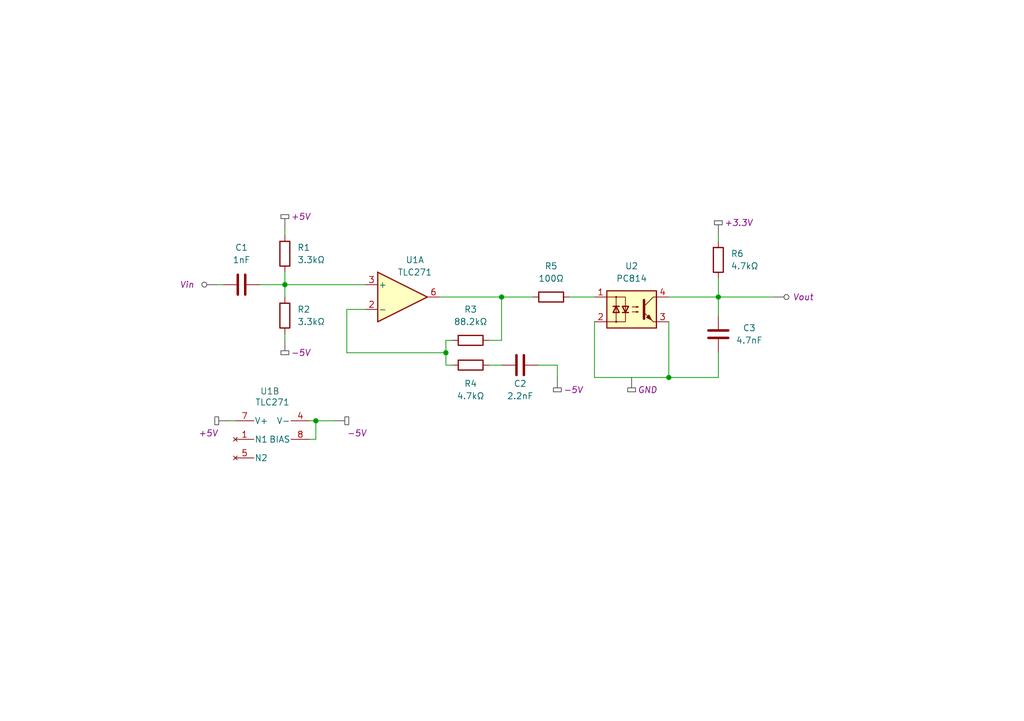
<source format=kicad_sch>
(kicad_sch (version 20230121) (generator eeschema)

  (uuid 1cc0c152-5e54-4148-a759-04145be13149)

  (paper "A5")

  (title_block
    (title "Test Circuit for AEM hardware")
    (date "2023-11-02")
    (rev "1.0")
    (company "Technology & Strategy")
    (comment 1 "Cyprien PERRIER")
  )

  (lib_symbols
    (symbol "Amplifier_Operational:TLC272" (pin_names (offset 0.127)) (in_bom yes) (on_board yes)
      (property "Reference" "U1" (at 2.54 0 90)
        (effects (font (size 1.27 1.27)))
      )
      (property "Value" "TLC271" (at 0 0 90)
        (effects (font (size 1.27 1.27)))
      )
      (property "Footprint" "" (at 0 0 0)
        (effects (font (size 1.27 1.27)) hide)
      )
      (property "Datasheet" "http://www.ti.com/lit/ds/symlink/tlc272.pdf" (at 0 0 0)
        (effects (font (size 1.27 1.27)) hide)
      )
      (property "ki_locked" "" (at 0 0 0)
        (effects (font (size 1.27 1.27)))
      )
      (property "ki_keywords" "dual opamp" (at 0 0 0)
        (effects (font (size 1.27 1.27)) hide)
      )
      (property "ki_description" "Dual LinCMOS Precision Dual Operational Amplifiers, DIP-8/SOIC-8/SSOP-8" (at 0 0 0)
        (effects (font (size 1.27 1.27)) hide)
      )
      (property "ki_fp_filters" "SOIC*3.9x4.9mm*P1.27mm* DIP*W7.62mm* TO*99* OnSemi*Micro8* TSSOP*3x3mm*P0.65mm* TSSOP*4.4x3mm*P0.65mm* MSOP*3x3mm*P0.65mm* SSOP*3.9x4.9mm*P0.635mm* LFCSP*2x2mm*P0.5mm* *SIP* SOIC*5.3x6.2mm*P1.27mm*" (at 0 0 0)
        (effects (font (size 1.27 1.27)) hide)
      )
      (symbol "TLC272_1_1"
        (polyline
          (pts
            (xy -5.08 5.08)
            (xy 5.08 0)
            (xy -5.08 -5.08)
            (xy -5.08 5.08)
          )
          (stroke (width 0.254) (type default))
          (fill (type background))
        )
        (pin input line (at -7.62 -2.54 0) (length 2.54)
          (name "-" (effects (font (size 1.27 1.27))))
          (number "2" (effects (font (size 1.27 1.27))))
        )
        (pin input line (at -7.62 2.54 0) (length 2.54)
          (name "+" (effects (font (size 1.27 1.27))))
          (number "3" (effects (font (size 1.27 1.27))))
        )
        (pin output line (at 7.62 0 180) (length 2.54)
          (name "~" (effects (font (size 1.27 1.27))))
          (number "6" (effects (font (size 1.27 1.27))))
        )
      )
      (symbol "TLC272_2_1"
        (polyline
          (pts
            (xy -5.08 5.08)
            (xy 5.08 0)
            (xy -5.08 -5.08)
            (xy -5.08 5.08)
          )
          (stroke (width 0.254) (type default))
          (fill (type background))
        )
        (pin input line (at -7.62 2.54 0) (length 2.54)
          (name "+" (effects (font (size 1.27 1.27))))
          (number "5" (effects (font (size 1.27 1.27))))
        )
        (pin input line (at -7.62 -2.54 0) (length 2.54)
          (name "-" (effects (font (size 1.27 1.27))))
          (number "6" (effects (font (size 1.27 1.27))))
        )
        (pin output line (at 7.62 0 180) (length 2.54)
          (name "~" (effects (font (size 1.27 1.27))))
          (number "7" (effects (font (size 1.27 1.27))))
        )
      )
      (symbol "TLC272_3_1"
        (pin power_in line (at -2.54 -7.62 90) (length 3.81)
          (name "V-" (effects (font (size 1.27 1.27))))
          (number "4" (effects (font (size 1.27 1.27))))
        )
        (pin power_in line (at -2.54 7.62 270) (length 3.81)
          (name "V+" (effects (font (size 1.27 1.27))))
          (number "7" (effects (font (size 1.27 1.27))))
        )
        (pin power_in line (at -6.35 7.62 270) (length 3.81)
          (name "BIAS" (effects (font (size 1.27 1.27))))
          (number "8" (effects (font (size 1.27 1.27))))
        )
      )
    )
    (symbol "Device:C" (pin_numbers hide) (pin_names (offset 0.254)) (in_bom yes) (on_board yes)
      (property "Reference" "C" (at 0.635 2.54 0)
        (effects (font (size 1.27 1.27)) (justify left))
      )
      (property "Value" "C" (at 0.635 -2.54 0)
        (effects (font (size 1.27 1.27)) (justify left))
      )
      (property "Footprint" "" (at 0.9652 -3.81 0)
        (effects (font (size 1.27 1.27)) hide)
      )
      (property "Datasheet" "~" (at 0 0 0)
        (effects (font (size 1.27 1.27)) hide)
      )
      (property "ki_keywords" "cap capacitor" (at 0 0 0)
        (effects (font (size 1.27 1.27)) hide)
      )
      (property "ki_description" "Unpolarized capacitor" (at 0 0 0)
        (effects (font (size 1.27 1.27)) hide)
      )
      (property "ki_fp_filters" "C_*" (at 0 0 0)
        (effects (font (size 1.27 1.27)) hide)
      )
      (symbol "C_0_1"
        (polyline
          (pts
            (xy -2.032 -0.762)
            (xy 2.032 -0.762)
          )
          (stroke (width 0.508) (type default))
          (fill (type none))
        )
        (polyline
          (pts
            (xy -2.032 0.762)
            (xy 2.032 0.762)
          )
          (stroke (width 0.508) (type default))
          (fill (type none))
        )
      )
      (symbol "C_1_1"
        (pin passive line (at 0 3.81 270) (length 2.794)
          (name "~" (effects (font (size 1.27 1.27))))
          (number "1" (effects (font (size 1.27 1.27))))
        )
        (pin passive line (at 0 -3.81 90) (length 2.794)
          (name "~" (effects (font (size 1.27 1.27))))
          (number "2" (effects (font (size 1.27 1.27))))
        )
      )
    )
    (symbol "Device:R" (pin_numbers hide) (pin_names (offset 0)) (in_bom yes) (on_board yes)
      (property "Reference" "R" (at 2.032 0 90)
        (effects (font (size 1.27 1.27)))
      )
      (property "Value" "R" (at 0 0 90)
        (effects (font (size 1.27 1.27)))
      )
      (property "Footprint" "" (at -1.778 0 90)
        (effects (font (size 1.27 1.27)) hide)
      )
      (property "Datasheet" "~" (at 0 0 0)
        (effects (font (size 1.27 1.27)) hide)
      )
      (property "ki_keywords" "R res resistor" (at 0 0 0)
        (effects (font (size 1.27 1.27)) hide)
      )
      (property "ki_description" "Resistor" (at 0 0 0)
        (effects (font (size 1.27 1.27)) hide)
      )
      (property "ki_fp_filters" "R_*" (at 0 0 0)
        (effects (font (size 1.27 1.27)) hide)
      )
      (symbol "R_0_1"
        (rectangle (start -1.016 -2.54) (end 1.016 2.54)
          (stroke (width 0.254) (type default))
          (fill (type none))
        )
      )
      (symbol "R_1_1"
        (pin passive line (at 0 3.81 270) (length 1.27)
          (name "~" (effects (font (size 1.27 1.27))))
          (number "1" (effects (font (size 1.27 1.27))))
        )
        (pin passive line (at 0 -3.81 90) (length 1.27)
          (name "~" (effects (font (size 1.27 1.27))))
          (number "2" (effects (font (size 1.27 1.27))))
        )
      )
    )
    (symbol "Isolator:EL814" (pin_names (offset 1.016)) (in_bom yes) (on_board yes)
      (property "Reference" "U2" (at 0 8.89 0)
        (effects (font (size 1.27 1.27)))
      )
      (property "Value" "PC814" (at 0 6.35 0)
        (effects (font (size 1.27 1.27)))
      )
      (property "Footprint" "" (at -5.08 -5.08 0)
        (effects (font (size 1.27 1.27) italic) (justify left) hide)
      )
      (property "Datasheet" "http://www.everlight.com/file/ProductFile/EL814.pdf" (at 0.635 0 0)
        (effects (font (size 1.27 1.27)) (justify left) hide)
      )
      (property "ki_keywords" "NPN AC DC Optocoupler" (at 0 0 0)
        (effects (font (size 1.27 1.27)) hide)
      )
      (property "ki_description" "AC/DC NPN Optocoupler, DIP4/SMD4" (at 0 0 0)
        (effects (font (size 1.27 1.27)) hide)
      )
      (property "ki_fp_filters" "DIP*W7.62mm* DIP*W10.16mm* SMDIP*W9.53mm*" (at 0 0 0)
        (effects (font (size 1.27 1.27)) hide)
      )
      (symbol "EL814_0_1"
        (rectangle (start -5.08 3.81) (end 5.08 -3.81)
          (stroke (width 0.254) (type default))
          (fill (type background))
        )
        (circle (center -3.175 -2.54) (radius 0.127)
          (stroke (width 0) (type default))
          (fill (type none))
        )
        (circle (center -3.175 2.54) (radius 0.127)
          (stroke (width 0) (type default))
          (fill (type none))
        )
        (polyline
          (pts
            (xy -3.81 0.635)
            (xy -2.54 0.635)
          )
          (stroke (width 0.254) (type default))
          (fill (type none))
        )
        (polyline
          (pts
            (xy -3.175 -0.635)
            (xy -3.175 -2.54)
          )
          (stroke (width 0) (type default))
          (fill (type none))
        )
        (polyline
          (pts
            (xy -3.175 0.635)
            (xy -3.175 -0.635)
          )
          (stroke (width 0) (type default))
          (fill (type none))
        )
        (polyline
          (pts
            (xy -3.175 0.635)
            (xy -3.175 2.54)
          )
          (stroke (width 0) (type default))
          (fill (type none))
        )
        (polyline
          (pts
            (xy -1.905 -0.635)
            (xy -0.635 -0.635)
          )
          (stroke (width 0.254) (type default))
          (fill (type none))
        )
        (polyline
          (pts
            (xy -1.27 0.635)
            (xy -1.27 -0.635)
          )
          (stroke (width 0) (type default))
          (fill (type none))
        )
        (polyline
          (pts
            (xy 2.54 0.635)
            (xy 4.445 2.54)
          )
          (stroke (width 0) (type default))
          (fill (type none))
        )
        (polyline
          (pts
            (xy 4.445 -2.54)
            (xy 2.54 -0.635)
          )
          (stroke (width 0) (type default))
          (fill (type outline))
        )
        (polyline
          (pts
            (xy 4.445 -2.54)
            (xy 5.08 -2.54)
          )
          (stroke (width 0) (type default))
          (fill (type none))
        )
        (polyline
          (pts
            (xy 4.445 2.54)
            (xy 5.08 2.54)
          )
          (stroke (width 0) (type default))
          (fill (type none))
        )
        (polyline
          (pts
            (xy -5.08 2.54)
            (xy -1.27 2.54)
            (xy -1.27 0.635)
          )
          (stroke (width 0) (type default))
          (fill (type none))
        )
        (polyline
          (pts
            (xy -1.27 -0.635)
            (xy -1.27 -2.54)
            (xy -5.08 -2.54)
          )
          (stroke (width 0) (type default))
          (fill (type none))
        )
        (polyline
          (pts
            (xy 2.54 1.905)
            (xy 2.54 -1.905)
            (xy 2.54 -1.905)
          )
          (stroke (width 0.508) (type default))
          (fill (type none))
        )
        (polyline
          (pts
            (xy -3.175 0.635)
            (xy -3.81 -0.635)
            (xy -2.54 -0.635)
            (xy -3.175 0.635)
          )
          (stroke (width 0.254) (type default))
          (fill (type none))
        )
        (polyline
          (pts
            (xy -1.27 -0.635)
            (xy -1.905 0.635)
            (xy -0.635 0.635)
            (xy -1.27 -0.635)
          )
          (stroke (width 0.254) (type default))
          (fill (type none))
        )
        (polyline
          (pts
            (xy 0.127 -0.508)
            (xy 1.397 -0.508)
            (xy 1.016 -0.635)
            (xy 1.016 -0.381)
            (xy 1.397 -0.508)
          )
          (stroke (width 0) (type default))
          (fill (type none))
        )
        (polyline
          (pts
            (xy 0.127 0.508)
            (xy 1.397 0.508)
            (xy 1.016 0.381)
            (xy 1.016 0.635)
            (xy 1.397 0.508)
          )
          (stroke (width 0) (type default))
          (fill (type none))
        )
        (polyline
          (pts
            (xy 3.048 -1.651)
            (xy 3.556 -1.143)
            (xy 4.064 -2.159)
            (xy 3.048 -1.651)
            (xy 3.048 -1.651)
          )
          (stroke (width 0) (type default))
          (fill (type outline))
        )
      )
      (symbol "EL814_1_1"
        (pin passive line (at -7.62 2.54 0) (length 2.54)
          (name "~" (effects (font (size 1.27 1.27))))
          (number "1" (effects (font (size 1.27 1.27))))
        )
        (pin passive line (at -7.62 -2.54 0) (length 2.54)
          (name "~" (effects (font (size 1.27 1.27))))
          (number "2" (effects (font (size 1.27 1.27))))
        )
        (pin passive line (at 7.62 -2.54 180) (length 2.54)
          (name "~" (effects (font (size 1.27 1.27))))
          (number "3" (effects (font (size 1.27 1.27))))
        )
        (pin passive line (at 7.62 2.54 180) (length 2.54)
          (name "~" (effects (font (size 1.27 1.27))))
          (number "4" (effects (font (size 1.27 1.27))))
        )
      )
    )
    (symbol "TLC272_1" (pin_names (offset 0.127)) (in_bom yes) (on_board yes)
      (property "Reference" "U1B" (at 2.54 0 90)
        (effects (font (size 1.27 1.27)) hide)
      )
      (property "Value" "TLC271" (at 1.27 0 90)
        (effects (font (size 1.27 1.27)))
      )
      (property "Footprint" "" (at 0 0 0)
        (effects (font (size 1.27 1.27)) hide)
      )
      (property "Datasheet" "http://www.ti.com/lit/ds/symlink/tlc271.pdf" (at 0 0 0)
        (effects (font (size 1.27 1.27)) hide)
      )
      (property "ki_locked" "" (at 0 0 0)
        (effects (font (size 1.27 1.27)))
      )
      (property "ki_keywords" "dual opamp" (at 0 0 0)
        (effects (font (size 1.27 1.27)) hide)
      )
      (property "ki_description" "Dual LinCMOS Precision Dual Operational Amplifiers, DIP-8/SOIC-8/SSOP-8" (at 0 0 0)
        (effects (font (size 1.27 1.27)) hide)
      )
      (property "ki_fp_filters" "SOIC*3.9x4.9mm*P1.27mm* DIP*W7.62mm* TO*99* OnSemi*Micro8* TSSOP*3x3mm*P0.65mm* TSSOP*4.4x3mm*P0.65mm* MSOP*3x3mm*P0.65mm* SSOP*3.9x4.9mm*P0.635mm* LFCSP*2x2mm*P0.5mm* *SIP* SOIC*5.3x6.2mm*P1.27mm*" (at 0 0 0)
        (effects (font (size 1.27 1.27)) hide)
      )
      (symbol "TLC272_1_1_1"
        (polyline
          (pts
            (xy -5.08 5.08)
            (xy 5.08 0)
            (xy -5.08 -5.08)
            (xy -5.08 5.08)
          )
          (stroke (width 0.254) (type default))
          (fill (type background))
        )
        (pin input line (at -7.62 -2.54 0) (length 2.54)
          (name "-" (effects (font (size 1.27 1.27))))
          (number "2" (effects (font (size 1.27 1.27))))
        )
        (pin input line (at -7.62 2.54 0) (length 2.54)
          (name "+" (effects (font (size 1.27 1.27))))
          (number "3" (effects (font (size 1.27 1.27))))
        )
        (pin output line (at 7.62 0 180) (length 2.54)
          (name "~" (effects (font (size 1.27 1.27))))
          (number "6" (effects (font (size 1.27 1.27))))
        )
      )
      (symbol "TLC272_1_2_1"
        (polyline
          (pts
            (xy -5.08 5.08)
            (xy 5.08 0)
            (xy -5.08 -5.08)
            (xy -5.08 5.08)
          )
          (stroke (width 0.254) (type default))
          (fill (type background))
        )
        (pin input line (at -7.62 2.54 0) (length 2.54)
          (name "+" (effects (font (size 1.27 1.27))))
          (number "5" (effects (font (size 1.27 1.27))))
        )
        (pin input line (at -7.62 -2.54 0) (length 2.54)
          (name "-" (effects (font (size 1.27 1.27))))
          (number "6" (effects (font (size 1.27 1.27))))
        )
        (pin output line (at 7.62 0 180) (length 2.54)
          (name "~" (effects (font (size 1.27 1.27))))
          (number "7" (effects (font (size 1.27 1.27))))
        )
      )
      (symbol "TLC272_1_3_1"
        (pin no_connect line (at -6.35 7.62 270) (length 3.81)
          (name "N1" (effects (font (size 1.27 1.27))))
          (number "1" (effects (font (size 1.27 1.27))))
        )
        (pin power_in line (at -2.54 -7.62 90) (length 3.81)
          (name "V-" (effects (font (size 1.27 1.27))))
          (number "4" (effects (font (size 1.27 1.27))))
        )
        (pin no_connect line (at -10.16 7.62 270) (length 3.81)
          (name "N2" (effects (font (size 1.27 1.27))))
          (number "5" (effects (font (size 1.27 1.27))))
        )
        (pin power_in line (at -2.54 7.62 270) (length 3.81)
          (name "V+" (effects (font (size 1.27 1.27))))
          (number "7" (effects (font (size 1.27 1.27))))
        )
        (pin power_in line (at -6.35 -7.62 90) (length 3.81)
          (name "BIAS" (effects (font (size 1.27 1.27))))
          (number "8" (effects (font (size 1.27 1.27))))
        )
      )
    )
  )

  (junction (at 58.42 58.42) (diameter 0) (color 0 0 0 0)
    (uuid 264a0785-c37e-4be5-8e25-cc7ac993858e)
  )
  (junction (at 102.87 60.96) (diameter 0) (color 0 0 0 0)
    (uuid 2c53324c-98bc-41b5-8388-67728faa4e64)
  )
  (junction (at 64.77 86.36) (diameter 0) (color 0 0 0 0)
    (uuid 640f6a72-d6c0-44f7-854e-103aec59fdfc)
  )
  (junction (at 91.44 72.39) (diameter 0) (color 0 0 0 0)
    (uuid 7dc7f1f5-3c03-47fd-8bb5-1cb54d7f1596)
  )
  (junction (at 137.16 77.47) (diameter 0) (color 0 0 0 0)
    (uuid e0f4fb98-a7a3-4e6d-b433-03d3f5b07065)
  )
  (junction (at 147.32 60.96) (diameter 0) (color 0 0 0 0)
    (uuid fb58d85c-2104-4aac-8e01-7786c201ce11)
  )

  (wire (pts (xy 121.92 66.04) (xy 121.92 77.47))
    (stroke (width 0) (type default))
    (uuid 03945a34-f98b-4854-ad98-e7e9aac67cdb)
  )
  (wire (pts (xy 44.45 58.42) (xy 45.72 58.42))
    (stroke (width 0) (type default))
    (uuid 03b8d339-921b-4f79-bea6-1add25c6ce25)
  )
  (wire (pts (xy 71.12 63.5) (xy 71.12 72.39))
    (stroke (width 0) (type default))
    (uuid 053497d7-dafc-4eb9-a644-bb01147467df)
  )
  (wire (pts (xy 147.32 72.39) (xy 147.32 77.47))
    (stroke (width 0) (type default))
    (uuid 063055e4-df43-4a12-acd0-2666ea076374)
  )
  (wire (pts (xy 100.33 69.85) (xy 102.87 69.85))
    (stroke (width 0) (type default))
    (uuid 0f8b9f6e-04b7-4f8e-aa9a-4eb36fca8a09)
  )
  (wire (pts (xy 58.42 68.58) (xy 58.42 69.85))
    (stroke (width 0) (type default))
    (uuid 10ed5997-6661-439b-a573-defb4a25c939)
  )
  (wire (pts (xy 71.12 72.39) (xy 91.44 72.39))
    (stroke (width 0) (type default))
    (uuid 1203e7d6-7521-481a-9071-75ae22e9f894)
  )
  (wire (pts (xy 102.87 60.96) (xy 109.22 60.96))
    (stroke (width 0) (type default))
    (uuid 1bb2404b-ecdd-43f3-bc80-e8793eb9b009)
  )
  (wire (pts (xy 147.32 77.47) (xy 137.16 77.47))
    (stroke (width 0) (type default))
    (uuid 1f79604d-1040-4ebb-98aa-04ae721eb7cd)
  )
  (wire (pts (xy 64.77 86.36) (xy 63.5 86.36))
    (stroke (width 0) (type default))
    (uuid 21c13277-2a12-4875-931d-35c8d87838fb)
  )
  (wire (pts (xy 102.87 69.85) (xy 102.87 60.96))
    (stroke (width 0) (type default))
    (uuid 2d92768f-4b5f-4d55-96c9-19bf2e7f456b)
  )
  (wire (pts (xy 121.92 77.47) (xy 137.16 77.47))
    (stroke (width 0) (type default))
    (uuid 2e49d5da-2ba7-4925-80a5-bdf6577e19cc)
  )
  (wire (pts (xy 91.44 74.93) (xy 91.44 72.39))
    (stroke (width 0) (type default))
    (uuid 36646f45-3b1d-4e20-b697-f9a93827d1e4)
  )
  (wire (pts (xy 58.42 58.42) (xy 74.93 58.42))
    (stroke (width 0) (type default))
    (uuid 3a8fc33f-d5ec-40cb-b276-363dab440ae3)
  )
  (wire (pts (xy 58.42 55.88) (xy 58.42 58.42))
    (stroke (width 0) (type default))
    (uuid 3d7e6292-b465-4533-acb6-02670c8d64b2)
  )
  (wire (pts (xy 100.33 74.93) (xy 102.87 74.93))
    (stroke (width 0) (type default))
    (uuid 44852c5b-285e-476d-aa49-952bdf15e41e)
  )
  (wire (pts (xy 58.42 46.99) (xy 58.42 48.26))
    (stroke (width 0) (type default))
    (uuid 4a635df8-0418-4d4e-8ec6-3f47ea5eb58c)
  )
  (wire (pts (xy 137.16 60.96) (xy 147.32 60.96))
    (stroke (width 0) (type default))
    (uuid 538d4952-d048-46d8-80ec-ae2fe304541d)
  )
  (wire (pts (xy 64.77 90.17) (xy 63.5 90.17))
    (stroke (width 0) (type default))
    (uuid 6eaa31ba-28a6-4c37-8224-a36a5b3becae)
  )
  (wire (pts (xy 147.32 60.96) (xy 147.32 64.77))
    (stroke (width 0) (type default))
    (uuid 6fd5adf7-000e-4c34-897b-f03b4d6bb62f)
  )
  (wire (pts (xy 64.77 86.36) (xy 64.77 90.17))
    (stroke (width 0) (type default))
    (uuid 8af2a91f-d6c2-4a95-bb53-01279b207bd1)
  )
  (wire (pts (xy 46.99 86.36) (xy 48.26 86.36))
    (stroke (width 0) (type default))
    (uuid 912573b3-adf7-4d68-88b7-0df2ccadebf4)
  )
  (wire (pts (xy 116.84 60.96) (xy 121.92 60.96))
    (stroke (width 0) (type default))
    (uuid 923b3538-1aa9-4244-9421-1a14030199ac)
  )
  (wire (pts (xy 92.71 74.93) (xy 91.44 74.93))
    (stroke (width 0) (type default))
    (uuid a845257d-ac52-47ea-b5cc-21952fcc42f0)
  )
  (wire (pts (xy 64.77 86.36) (xy 68.58 86.36))
    (stroke (width 0) (type default))
    (uuid ac673666-6f9c-44f2-a849-eea8be223c6c)
  )
  (wire (pts (xy 114.3 74.93) (xy 114.3 77.47))
    (stroke (width 0) (type default))
    (uuid acccb660-9bb1-4be8-94bf-b808ba7feaa8)
  )
  (wire (pts (xy 91.44 72.39) (xy 91.44 69.85))
    (stroke (width 0) (type default))
    (uuid b6544ead-0326-4e06-82d5-37eaca62c263)
  )
  (wire (pts (xy 90.17 60.96) (xy 102.87 60.96))
    (stroke (width 0) (type default))
    (uuid c4e1cbe3-8421-4fce-aff1-0c012249f0dc)
  )
  (wire (pts (xy 147.32 60.96) (xy 158.75 60.96))
    (stroke (width 0) (type default))
    (uuid c6dd69f6-ba61-4e41-b77a-24a495384fd7)
  )
  (wire (pts (xy 74.93 63.5) (xy 71.12 63.5))
    (stroke (width 0) (type default))
    (uuid cb4429e7-48eb-453c-98ff-ba11bc39a00d)
  )
  (wire (pts (xy 147.32 57.15) (xy 147.32 60.96))
    (stroke (width 0) (type default))
    (uuid cc42677b-b9cd-43e0-a1b4-d99653d32948)
  )
  (wire (pts (xy 110.49 74.93) (xy 114.3 74.93))
    (stroke (width 0) (type default))
    (uuid ce190269-9b11-4355-aa5b-3c2671597817)
  )
  (wire (pts (xy 53.34 58.42) (xy 58.42 58.42))
    (stroke (width 0) (type default))
    (uuid cfb09d7b-e0d3-4687-9b63-647aff5610ad)
  )
  (wire (pts (xy 91.44 69.85) (xy 92.71 69.85))
    (stroke (width 0) (type default))
    (uuid d4710548-2c31-4c6e-a498-f35632f3ca13)
  )
  (wire (pts (xy 58.42 58.42) (xy 58.42 60.96))
    (stroke (width 0) (type default))
    (uuid de9eedaf-7b25-4b5a-b929-463c3ee67088)
  )
  (wire (pts (xy 137.16 77.47) (xy 137.16 66.04))
    (stroke (width 0) (type default))
    (uuid e7f1c9ca-b2f7-4027-86d7-ebe99c0b8c92)
  )
  (wire (pts (xy 147.32 48.26) (xy 147.32 49.53))
    (stroke (width 0) (type default))
    (uuid ea060d09-1f0f-47df-9074-5892e34659ca)
  )

  (text "U1B" (at 53.34 81.28 0)
    (effects (font (size 1.27 1.27) (color 38 104 94 1)) (justify left bottom))
    (uuid fc8d63d2-7809-49f2-920f-7beba9181c0a)
  )

  (netclass_flag "" (length 2.54) (shape rectangle) (at 147.32 48.26 0) (fields_autoplaced)
    (effects (font (size 1.27 1.27)) (justify left bottom))
    (uuid 1349c928-13ad-4851-922f-3d05556b2dc8)
    (property "Netclass" "+3.3V" (at 148.5265 45.72 0)
      (effects (font (size 1.27 1.27) italic) (justify left))
    )
  )
  (netclass_flag "" (length 2.54) (shape rectangle) (at 58.42 69.85 180) (fields_autoplaced)
    (effects (font (size 1.27 1.27)) (justify right bottom))
    (uuid 68f077b0-4944-430e-9fb7-0b93724f41ed)
    (property "Netclass" "-5V" (at 59.6265 72.39 0)
      (effects (font (size 1.27 1.27) italic) (justify left))
    )
  )
  (netclass_flag "" (length 2.54) (shape rectangle) (at 114.3 77.47 180) (fields_autoplaced)
    (effects (font (size 1.27 1.27)) (justify right bottom))
    (uuid 7ee442ad-eee4-4213-a9c6-7dfb29b096f1)
    (property "Netclass" "-5V" (at 115.5065 80.01 0)
      (effects (font (size 1.27 1.27) italic) (justify left))
    )
  )
  (netclass_flag "" (length 2.54) (shape round) (at 44.45 58.42 90)
    (effects (font (size 1.27 1.27)) (justify left bottom))
    (uuid a82528fb-42ca-46c6-a7a7-842306e00fd5)
    (property "Netclass" "Vin" (at 36.83 58.42 0)
      (effects (font (size 1.27 1.27) italic) (justify left))
    )
  )
  (netclass_flag "" (length 2.54) (shape rectangle) (at 58.42 46.99 0) (fields_autoplaced)
    (effects (font (size 1.27 1.27)) (justify left bottom))
    (uuid c7cad92b-96c8-4170-b660-bb691712464d)
    (property "Netclass" "+5V" (at 59.6265 44.45 0)
      (effects (font (size 1.27 1.27) italic) (justify left))
    )
  )
  (netclass_flag "" (length 2.54) (shape round) (at 158.75 60.96 270)
    (effects (font (size 1.27 1.27)) (justify right bottom))
    (uuid cad23bb8-69be-414a-84a0-107357f236f7)
    (property "Netclass" "Vout" (at 162.56 60.96 0)
      (effects (font (size 1.27 1.27) italic) (justify left))
    )
  )
  (netclass_flag "" (length 2.54) (shape rectangle) (at 46.99 86.36 90)
    (effects (font (size 1.27 1.27)) (justify left bottom))
    (uuid d63ed190-8b17-45a1-ad4d-2b32e0b1ee1f)
    (property "Netclass" "+5V" (at 40.64 88.9 0)
      (effects (font (size 1.27 1.27) italic) (justify left))
    )
  )
  (netclass_flag "" (length 2.54) (shape rectangle) (at 129.54 77.47 180) (fields_autoplaced)
    (effects (font (size 1.27 1.27)) (justify right bottom))
    (uuid d85c23f0-bf64-4369-91b2-33c2113f55e3)
    (property "Netclass" "GND" (at 130.7465 80.01 0)
      (effects (font (size 1.27 1.27) italic) (justify left))
    )
  )
  (netclass_flag "" (length 2.54) (shape rectangle) (at 68.58 86.36 270)
    (effects (font (size 1.27 1.27)) (justify right bottom))
    (uuid e27915f8-0ca6-4bea-b971-aca7f9a89f05)
    (property "Netclass" "-5V" (at 71.12 88.9 0)
      (effects (font (size 1.27 1.27) italic) (justify left))
    )
  )

  (symbol (lib_name "TLC272_1") (lib_id "Amplifier_Operational:TLC272") (at 55.88 83.82 90) (unit 3)
    (in_bom yes) (on_board yes) (dnp no)
    (uuid 0712b0b8-0d13-414e-b2b7-697a6aba3130)
    (property "Reference" "U1B" (at 55.88 81.28 90)
      (effects (font (size 1.27 1.27)) hide)
    )
    (property "Value" "TLC271" (at 55.88 82.55 90)
      (effects (font (size 1.27 1.27)))
    )
    (property "Footprint" "" (at 55.88 83.82 0)
      (effects (font (size 1.27 1.27)) hide)
    )
    (property "Datasheet" "http://www.ti.com/lit/ds/symlink/tlc271.pdf" (at 55.88 83.82 0)
      (effects (font (size 1.27 1.27)) hide)
    )
    (pin "2" (uuid d5e6412d-21b6-4c0c-9875-a6a8d8b81678))
    (pin "3" (uuid 10163025-543d-44a4-b0ef-1ce3aa4e11f9))
    (pin "6" (uuid 6acfc6be-e583-4ed9-bf63-414a4aeff1eb))
    (pin "5" (uuid 7c6c1858-201e-4647-a401-1fbe62b559d5))
    (pin "6" (uuid 6acfc6be-e583-4ed9-bf63-414a4aeff1eb))
    (pin "7" (uuid ba3c5924-9a98-4efd-8629-7ec97ba14272))
    (pin "4" (uuid 65be8c52-9349-442b-bd62-fdbffe30320b))
    (pin "7" (uuid ba3c5924-9a98-4efd-8629-7ec97ba14272))
    (pin "8" (uuid b95bb318-6634-479d-87f7-3eceb9faee69))
    (pin "5" (uuid 7c6c1858-201e-4647-a401-1fbe62b559d5))
    (pin "1" (uuid fe82342d-c4ec-4350-aaf0-5d4e11c44cb7))
    (instances
      (project "AEM_Test"
        (path "/1cc0c152-5e54-4148-a759-04145be13149"
          (reference "U1B") (unit 3)
        )
      )
    )
  )

  (symbol (lib_id "Device:C") (at 147.32 68.58 180) (unit 1)
    (in_bom yes) (on_board yes) (dnp no)
    (uuid 13904965-bf1d-44d0-83be-26f66170ea1f)
    (property "Reference" "C3" (at 153.67 67.31 0)
      (effects (font (size 1.27 1.27)))
    )
    (property "Value" "4.7nF" (at 153.67 69.85 0)
      (effects (font (size 1.27 1.27)))
    )
    (property "Footprint" "" (at 146.3548 64.77 0)
      (effects (font (size 1.27 1.27)) hide)
    )
    (property "Datasheet" "~" (at 147.32 68.58 0)
      (effects (font (size 1.27 1.27)) hide)
    )
    (pin "1" (uuid 068e2e60-3e95-4679-ac13-ec8ea2b65a9d))
    (pin "2" (uuid 77089511-4de8-46fd-90b0-c76af2a5d6ba))
    (instances
      (project "AEM_Test"
        (path "/1cc0c152-5e54-4148-a759-04145be13149"
          (reference "C3") (unit 1)
        )
      )
    )
  )

  (symbol (lib_id "Device:R") (at 58.42 64.77 0) (unit 1)
    (in_bom yes) (on_board yes) (dnp no) (fields_autoplaced)
    (uuid 16c464b6-38b8-4908-90ee-86c338729144)
    (property "Reference" "R2" (at 60.96 63.5 0)
      (effects (font (size 1.27 1.27)) (justify left))
    )
    (property "Value" "3.3kΩ" (at 60.96 66.04 0)
      (effects (font (size 1.27 1.27)) (justify left))
    )
    (property "Footprint" "" (at 56.642 64.77 90)
      (effects (font (size 1.27 1.27)) hide)
    )
    (property "Datasheet" "~" (at 58.42 64.77 0)
      (effects (font (size 1.27 1.27)) hide)
    )
    (pin "1" (uuid 01b95078-42e1-4f0e-b98f-60670f6069b0))
    (pin "2" (uuid 8b2142e0-34c5-48e3-890c-72d3b68a79ca))
    (instances
      (project "AEM_Test"
        (path "/1cc0c152-5e54-4148-a759-04145be13149"
          (reference "R2") (unit 1)
        )
      )
    )
  )

  (symbol (lib_id "Device:C") (at 106.68 74.93 90) (unit 1)
    (in_bom yes) (on_board yes) (dnp no)
    (uuid 16f4807e-5a20-41fe-9771-fcec4d5e7ff3)
    (property "Reference" "C2" (at 106.68 78.74 90)
      (effects (font (size 1.27 1.27)))
    )
    (property "Value" "2.2nF" (at 106.68 81.28 90)
      (effects (font (size 1.27 1.27)))
    )
    (property "Footprint" "" (at 110.49 73.9648 0)
      (effects (font (size 1.27 1.27)) hide)
    )
    (property "Datasheet" "~" (at 106.68 74.93 0)
      (effects (font (size 1.27 1.27)) hide)
    )
    (pin "1" (uuid d92f8338-eeff-43a3-9599-549d94347152))
    (pin "2" (uuid 0b310a0d-65cf-44c6-a5c4-12646bc39012))
    (instances
      (project "AEM_Test"
        (path "/1cc0c152-5e54-4148-a759-04145be13149"
          (reference "C2") (unit 1)
        )
      )
    )
  )

  (symbol (lib_id "Device:C") (at 49.53 58.42 90) (unit 1)
    (in_bom yes) (on_board yes) (dnp no) (fields_autoplaced)
    (uuid 2e64b864-ea61-4e2a-8885-e053adce8b30)
    (property "Reference" "C1" (at 49.53 50.8 90)
      (effects (font (size 1.27 1.27)))
    )
    (property "Value" "1nF" (at 49.53 53.34 90)
      (effects (font (size 1.27 1.27)))
    )
    (property "Footprint" "" (at 53.34 57.4548 0)
      (effects (font (size 1.27 1.27)) hide)
    )
    (property "Datasheet" "~" (at 49.53 58.42 0)
      (effects (font (size 1.27 1.27)) hide)
    )
    (pin "1" (uuid ea5bb1e8-61d7-4811-999c-86d345b320eb))
    (pin "2" (uuid c9659339-56ce-4765-92cd-7aa4d1c90bc5))
    (instances
      (project "AEM_Test"
        (path "/1cc0c152-5e54-4148-a759-04145be13149"
          (reference "C1") (unit 1)
        )
      )
    )
  )

  (symbol (lib_id "Device:R") (at 96.52 69.85 90) (unit 1)
    (in_bom yes) (on_board yes) (dnp no) (fields_autoplaced)
    (uuid 4e3e5282-0da6-4ff9-a98a-d49f6db78fc2)
    (property "Reference" "R3" (at 96.52 63.5 90)
      (effects (font (size 1.27 1.27)))
    )
    (property "Value" "88.2kΩ" (at 96.52 66.04 90)
      (effects (font (size 1.27 1.27)))
    )
    (property "Footprint" "" (at 96.52 71.628 90)
      (effects (font (size 1.27 1.27)) hide)
    )
    (property "Datasheet" "~" (at 96.52 69.85 0)
      (effects (font (size 1.27 1.27)) hide)
    )
    (pin "1" (uuid 9ce0cbc2-1188-4820-9e13-7113ff2e1b62))
    (pin "2" (uuid 59313b03-7ff4-4dcc-8598-b7416619b400))
    (instances
      (project "AEM_Test"
        (path "/1cc0c152-5e54-4148-a759-04145be13149"
          (reference "R3") (unit 1)
        )
      )
    )
  )

  (symbol (lib_id "Device:R") (at 96.52 74.93 270) (unit 1)
    (in_bom yes) (on_board yes) (dnp no)
    (uuid 4ec391a4-892a-43df-9d33-96e2ddfe1929)
    (property "Reference" "R4" (at 96.52 78.74 90)
      (effects (font (size 1.27 1.27)))
    )
    (property "Value" "4.7kΩ" (at 96.52 81.28 90)
      (effects (font (size 1.27 1.27)))
    )
    (property "Footprint" "" (at 96.52 73.152 90)
      (effects (font (size 1.27 1.27)) hide)
    )
    (property "Datasheet" "~" (at 96.52 74.93 0)
      (effects (font (size 1.27 1.27)) hide)
    )
    (pin "1" (uuid e87f1f65-36c9-4bcc-9c13-2fe8094e8dd6))
    (pin "2" (uuid 4834617e-a521-4ba9-ae3e-cd150e6568f1))
    (instances
      (project "AEM_Test"
        (path "/1cc0c152-5e54-4148-a759-04145be13149"
          (reference "R4") (unit 1)
        )
      )
    )
  )

  (symbol (lib_id "Device:R") (at 58.42 52.07 0) (unit 1)
    (in_bom yes) (on_board yes) (dnp no) (fields_autoplaced)
    (uuid 7724ee3d-f1a2-4102-b3ea-c7af1f0c2d1a)
    (property "Reference" "R1" (at 60.96 50.8 0)
      (effects (font (size 1.27 1.27)) (justify left))
    )
    (property "Value" "3.3kΩ" (at 60.96 53.34 0)
      (effects (font (size 1.27 1.27)) (justify left))
    )
    (property "Footprint" "" (at 56.642 52.07 90)
      (effects (font (size 1.27 1.27)) hide)
    )
    (property "Datasheet" "~" (at 58.42 52.07 0)
      (effects (font (size 1.27 1.27)) hide)
    )
    (pin "1" (uuid adef0e6c-8186-4455-b8a2-b0214eaf5289))
    (pin "2" (uuid e5134a6f-8fc2-4721-91a8-cce8c5bc1fb6))
    (instances
      (project "AEM_Test"
        (path "/1cc0c152-5e54-4148-a759-04145be13149"
          (reference "R1") (unit 1)
        )
      )
    )
  )

  (symbol (lib_id "Device:R") (at 113.03 60.96 90) (unit 1)
    (in_bom yes) (on_board yes) (dnp no) (fields_autoplaced)
    (uuid 7978c1cd-7aa9-4207-bd3e-0d360157bdec)
    (property "Reference" "R5" (at 113.03 54.61 90)
      (effects (font (size 1.27 1.27)))
    )
    (property "Value" "100Ω" (at 113.03 57.15 90)
      (effects (font (size 1.27 1.27)))
    )
    (property "Footprint" "" (at 113.03 62.738 90)
      (effects (font (size 1.27 1.27)) hide)
    )
    (property "Datasheet" "~" (at 113.03 60.96 0)
      (effects (font (size 1.27 1.27)) hide)
    )
    (pin "1" (uuid e279fcbb-d584-4e6b-ba27-ab0203b7dbd1))
    (pin "2" (uuid 35e3b65c-6447-4264-a426-75ec2630a6d5))
    (instances
      (project "AEM_Test"
        (path "/1cc0c152-5e54-4148-a759-04145be13149"
          (reference "R5") (unit 1)
        )
      )
    )
  )

  (symbol (lib_id "Isolator:EL814") (at 129.54 63.5 0) (unit 1)
    (in_bom yes) (on_board yes) (dnp no) (fields_autoplaced)
    (uuid b752589f-484a-4aba-ad83-f5d5e70e48a5)
    (property "Reference" "U2" (at 129.54 54.61 0)
      (effects (font (size 1.27 1.27)))
    )
    (property "Value" "PC814" (at 129.54 57.15 0)
      (effects (font (size 1.27 1.27)))
    )
    (property "Footprint" "" (at 124.46 68.58 0)
      (effects (font (size 1.27 1.27) italic) (justify left) hide)
    )
    (property "Datasheet" "http://www.everlight.com/file/ProductFile/EL814.pdf" (at 130.175 63.5 0)
      (effects (font (size 1.27 1.27)) (justify left) hide)
    )
    (pin "1" (uuid 52410dec-fd7d-4a8d-beb3-8ac622d70d1b))
    (pin "2" (uuid bb2c4869-a33c-4df7-94d3-fe97401f4a80))
    (pin "3" (uuid ccfcc225-97e0-4c39-a07c-151d6f8aa6d9))
    (pin "4" (uuid 3cadf270-ca36-46be-95b6-c3e5a1c7abab))
    (instances
      (project "AEM_Test"
        (path "/1cc0c152-5e54-4148-a759-04145be13149"
          (reference "U2") (unit 1)
        )
      )
    )
  )

  (symbol (lib_id "Amplifier_Operational:TLC272") (at 82.55 60.96 0) (unit 1)
    (in_bom yes) (on_board yes) (dnp no)
    (uuid f41595cf-a611-4455-a663-2a65dc6250eb)
    (property "Reference" "U1" (at 85.09 53.34 0)
      (effects (font (size 1.27 1.27)))
    )
    (property "Value" "TLC271" (at 85.09 55.88 0)
      (effects (font (size 1.27 1.27)))
    )
    (property "Footprint" "" (at 82.55 60.96 0)
      (effects (font (size 1.27 1.27)) hide)
    )
    (property "Datasheet" "http://www.ti.com/lit/ds/symlink/tlc272.pdf" (at 82.55 60.96 0)
      (effects (font (size 1.27 1.27)) hide)
    )
    (pin "2" (uuid 2389d90e-75ff-4f8a-9fd9-d4dd9e2feb21))
    (pin "3" (uuid 5a15c320-3a1d-4cd5-a105-d5e7ccae7339))
    (pin "6" (uuid 6276a870-c48a-4f67-84e8-374b570dcb1e))
    (pin "5" (uuid 10b32e45-19bd-4c06-84be-a9599f104381))
    (pin "6" (uuid 6276a870-c48a-4f67-84e8-374b570dcb1e))
    (pin "7" (uuid c7d8937e-cc0b-4cac-83e2-66765a1d8508))
    (pin "4" (uuid 3e0a7908-e704-43c2-9a86-f3bb63289a83))
    (pin "7" (uuid c7d8937e-cc0b-4cac-83e2-66765a1d8508))
    (pin "8" (uuid 63d0b2f7-407a-4135-87db-b0493a60c0db))
    (instances
      (project "AEM_Test"
        (path "/1cc0c152-5e54-4148-a759-04145be13149"
          (reference "U1") (unit 1)
        )
      )
    )
  )

  (symbol (lib_id "Device:R") (at 147.32 53.34 180) (unit 1)
    (in_bom yes) (on_board yes) (dnp no) (fields_autoplaced)
    (uuid f6db5593-c459-449d-967a-a69789e542c7)
    (property "Reference" "R6" (at 149.86 52.07 0)
      (effects (font (size 1.27 1.27)) (justify right))
    )
    (property "Value" "4.7kΩ" (at 149.86 54.61 0)
      (effects (font (size 1.27 1.27)) (justify right))
    )
    (property "Footprint" "" (at 149.098 53.34 90)
      (effects (font (size 1.27 1.27)) hide)
    )
    (property "Datasheet" "~" (at 147.32 53.34 0)
      (effects (font (size 1.27 1.27)) hide)
    )
    (pin "1" (uuid f476dcfb-df3a-452a-adef-21c02bb70137))
    (pin "2" (uuid eda450be-0742-4faf-8101-146bb5ea9a0f))
    (instances
      (project "AEM_Test"
        (path "/1cc0c152-5e54-4148-a759-04145be13149"
          (reference "R6") (unit 1)
        )
      )
    )
  )

  (sheet_instances
    (path "/" (page "1"))
  )
)

</source>
